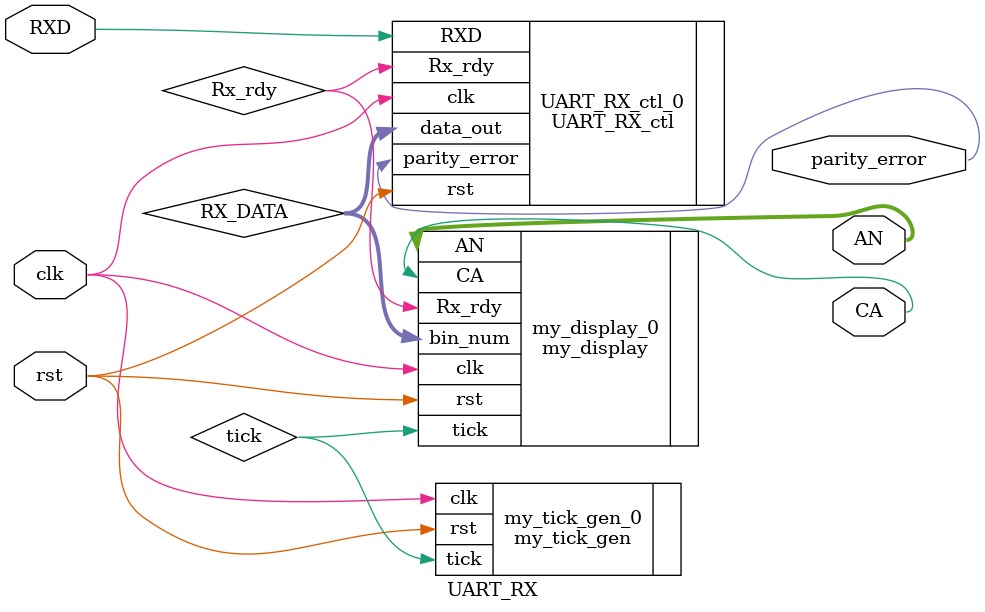
<source format=v>
`timescale 1ns / 1ps

module UART_RX(
input rst,
input clk,
input RXD,

//output [7:0] RX_DATA, //잠깐 주석
output [6:0] AN,
output CA,
output parity_error
    );
wire Rx_rdy;
wire tick;
wire [7:0] RX_DATA; // 잠깐 사용

UART_RX_ctl UART_RX_ctl_0(.clk(clk),.rst(rst),.RXD(RXD),.data_out(RX_DATA),.Rx_rdy(Rx_rdy),.parity_error(parity_error));
my_display my_display_0(.clk(clk),.rst(rst),.tick(tick),.Rx_rdy(Rx_rdy),.bin_num(RX_DATA),.AN(AN),.CA(CA));
my_tick_gen my_tick_gen_0(.clk(clk),.rst(rst),.tick(tick));
endmodule

</source>
